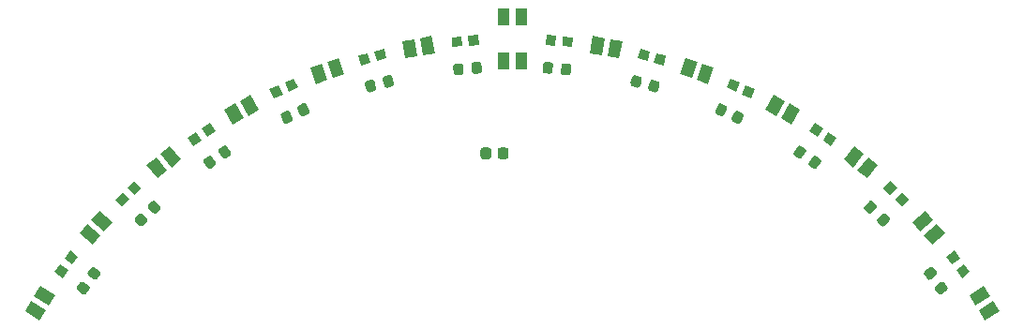
<source format=gbs>
G04 #@! TF.GenerationSoftware,KiCad,Pcbnew,(5.1.6)-1*
G04 #@! TF.CreationDate,2021-05-12T18:04:34+09:00*
G04 #@! TF.ProjectId,FollowingSensor1.0,466f6c6c-6f77-4696-9e67-53656e736f72,rev?*
G04 #@! TF.SameCoordinates,Original*
G04 #@! TF.FileFunction,Soldermask,Bot*
G04 #@! TF.FilePolarity,Negative*
%FSLAX46Y46*%
G04 Gerber Fmt 4.6, Leading zero omitted, Abs format (unit mm)*
G04 Created by KiCad (PCBNEW (5.1.6)-1) date 2021-05-12 18:04:34*
%MOMM*%
%LPD*%
G01*
G04 APERTURE LIST*
%ADD10C,0.100000*%
%ADD11R,1.100000X1.550000*%
G04 APERTURE END LIST*
G36*
G01*
X148675000Y-82275000D02*
X148675000Y-81725000D01*
G75*
G02*
X148925000Y-81475000I250000J0D01*
G01*
X149425000Y-81475000D01*
G75*
G02*
X149675000Y-81725000I0J-250000D01*
G01*
X149675000Y-82275000D01*
G75*
G02*
X149425000Y-82525000I-250000J0D01*
G01*
X148925000Y-82525000D01*
G75*
G02*
X148675000Y-82275000I0J250000D01*
G01*
G37*
G36*
G01*
X147125000Y-82275000D02*
X147125000Y-81725000D01*
G75*
G02*
X147375000Y-81475000I250000J0D01*
G01*
X147875000Y-81475000D01*
G75*
G02*
X148125000Y-81725000I0J-250000D01*
G01*
X148125000Y-82275000D01*
G75*
G02*
X147875000Y-82525000I-250000J0D01*
G01*
X147375000Y-82525000D01*
G75*
G02*
X147125000Y-82275000I0J250000D01*
G01*
G37*
D10*
G36*
X153015048Y-72196755D02*
G01*
X153091923Y-71300044D01*
X153988634Y-71376919D01*
X153911759Y-72273630D01*
X153015048Y-72196755D01*
G37*
G36*
X154509566Y-72324881D02*
G01*
X154586441Y-71428170D01*
X155483152Y-71505045D01*
X155406277Y-72401756D01*
X154509566Y-72324881D01*
G37*
G36*
G01*
X182983786Y-87905692D02*
X183399828Y-87473361D01*
G75*
G02*
X183717967Y-87467252I162124J-156015D01*
G01*
X184042215Y-87779283D01*
G75*
G02*
X184048324Y-88097422I-156015J-162124D01*
G01*
X183632282Y-88529753D01*
G75*
G02*
X183314143Y-88535862I-162124J156015D01*
G01*
X182989895Y-88223831D01*
G75*
G02*
X182983786Y-87905692I156015J162124D01*
G01*
G37*
G36*
G01*
X181794876Y-86761578D02*
X182210918Y-86329247D01*
G75*
G02*
X182529057Y-86323138I162124J-156015D01*
G01*
X182853305Y-86635169D01*
G75*
G02*
X182859414Y-86953308I-156015J-162124D01*
G01*
X182443372Y-87385639D01*
G75*
G02*
X182125233Y-87391748I-162124J156015D01*
G01*
X181800985Y-87079717D01*
G75*
G02*
X181794876Y-86761578I156015J162124D01*
G01*
G37*
G36*
G01*
X130861838Y-78522291D02*
X130613975Y-77975880D01*
G75*
G02*
X130725931Y-77678028I204904J92948D01*
G01*
X131135738Y-77492131D01*
G75*
G02*
X131433590Y-77604087I92948J-204904D01*
G01*
X131681453Y-78150498D01*
G75*
G02*
X131569497Y-78448350I-204904J-92948D01*
G01*
X131159690Y-78634247D01*
G75*
G02*
X130861838Y-78522291I-92948J204904D01*
G01*
G37*
G36*
G01*
X129359210Y-79203913D02*
X129111347Y-78657502D01*
G75*
G02*
X129223303Y-78359650I204904J92948D01*
G01*
X129633110Y-78173753D01*
G75*
G02*
X129930962Y-78285709I92948J-204904D01*
G01*
X130178825Y-78832120D01*
G75*
G02*
X130066869Y-79129972I-204904J-92948D01*
G01*
X129657062Y-79315869D01*
G75*
G02*
X129359210Y-79203913I-92948J204904D01*
G01*
G37*
G36*
G01*
X169821922Y-78831739D02*
X170068831Y-78284896D01*
G75*
G02*
X170366488Y-78172421I205066J-92591D01*
G01*
X170776619Y-78357603D01*
G75*
G02*
X170889094Y-78655260I-92591J-205066D01*
G01*
X170642185Y-79202102D01*
G75*
G02*
X170344528Y-79314577I-205066J92591D01*
G01*
X169934397Y-79129395D01*
G75*
G02*
X169821922Y-78831738I92591J205066D01*
G01*
G37*
G36*
G01*
X168318106Y-78152741D02*
X168565015Y-77605898D01*
G75*
G02*
X168862672Y-77493423I205066J-92591D01*
G01*
X169272803Y-77678605D01*
G75*
G02*
X169385278Y-77976262I-92591J-205066D01*
G01*
X169138369Y-78523104D01*
G75*
G02*
X168840712Y-78635579I-205066J92591D01*
G01*
X168430581Y-78450397D01*
G75*
G02*
X168318106Y-78152740I92591J205066D01*
G01*
G37*
G36*
G01*
X117556628Y-87385639D02*
X117140586Y-86953308D01*
G75*
G02*
X117146695Y-86635169I162124J156015D01*
G01*
X117470943Y-86323138D01*
G75*
G02*
X117789082Y-86329247I156015J-162124D01*
G01*
X118205124Y-86761578D01*
G75*
G02*
X118199015Y-87079717I-162124J-156015D01*
G01*
X117874767Y-87391748D01*
G75*
G02*
X117556628Y-87385639I-156015J162124D01*
G01*
G37*
G36*
G01*
X116367718Y-88529753D02*
X115951676Y-88097422D01*
G75*
G02*
X115957785Y-87779283I162124J156015D01*
G01*
X116282033Y-87467252D01*
G75*
G02*
X116600172Y-87473361I156015J-162124D01*
G01*
X117016214Y-87905692D01*
G75*
G02*
X117010105Y-88223831I-162124J-156015D01*
G01*
X116685857Y-88535862D01*
G75*
G02*
X116367718Y-88529753I-156015J162124D01*
G01*
G37*
G36*
X183477708Y-85119466D02*
G01*
X184101770Y-84470970D01*
X184750266Y-85095032D01*
X184126204Y-85743528D01*
X183477708Y-85119466D01*
G37*
G36*
X184558534Y-86159568D02*
G01*
X185182596Y-85511072D01*
X185831092Y-86135134D01*
X185207030Y-86783630D01*
X184558534Y-86159568D01*
G37*
G36*
X128457676Y-77032333D02*
G01*
X128085882Y-76212717D01*
X128905498Y-75840923D01*
X129277292Y-76660539D01*
X128457676Y-77032333D01*
G37*
G36*
X129823702Y-76412677D02*
G01*
X129451908Y-75593061D01*
X130271524Y-75221267D01*
X130643318Y-76040883D01*
X129823702Y-76412677D01*
G37*
G36*
X169356535Y-76043114D02*
G01*
X169726898Y-75222851D01*
X170547161Y-75593214D01*
X170176798Y-76413477D01*
X169356535Y-76043114D01*
G37*
G36*
X170723639Y-76660386D02*
G01*
X171094002Y-75840123D01*
X171914265Y-76210486D01*
X171543902Y-77030749D01*
X170723639Y-76660386D01*
G37*
G36*
X114792970Y-86783630D02*
G01*
X114168908Y-86135134D01*
X114817404Y-85511072D01*
X115441466Y-86159568D01*
X114792970Y-86783630D01*
G37*
G36*
X115873796Y-85743528D02*
G01*
X115249734Y-85095032D01*
X115898230Y-84470970D01*
X116522292Y-85119466D01*
X115873796Y-85743528D01*
G37*
G36*
X187173551Y-89401288D02*
G01*
X188339794Y-88380319D01*
X189064353Y-89207976D01*
X187898110Y-90228945D01*
X187173551Y-89401288D01*
G37*
G36*
X186119647Y-88197424D02*
G01*
X187285890Y-87176455D01*
X188010449Y-88004112D01*
X186844206Y-89025081D01*
X186119647Y-88197424D01*
G37*
G36*
X109392500Y-93249511D02*
G01*
X108668095Y-92715434D01*
X109202172Y-91991029D01*
X109926577Y-92525106D01*
X109392500Y-93249511D01*
G37*
G36*
X110282628Y-92042171D02*
G01*
X109558223Y-91508094D01*
X110092300Y-90783689D01*
X110816705Y-91317766D01*
X110282628Y-92042171D01*
G37*
G36*
X136327580Y-74027952D02*
G01*
X136100718Y-73157014D01*
X136971656Y-72930152D01*
X137198518Y-73801090D01*
X136327580Y-74027952D01*
G37*
G36*
X137779144Y-73649848D02*
G01*
X137552282Y-72778910D01*
X138423220Y-72552048D01*
X138650082Y-73422986D01*
X137779144Y-73649848D01*
G37*
G36*
X121208615Y-81324594D02*
G01*
X120704040Y-80579339D01*
X121449295Y-80074764D01*
X121953870Y-80820019D01*
X121208615Y-81324594D01*
G37*
G36*
X122450705Y-80483636D02*
G01*
X121946130Y-79738381D01*
X122691385Y-79233806D01*
X123195960Y-79979061D01*
X122450705Y-80483636D01*
G37*
G36*
X144593723Y-72401756D02*
G01*
X144516848Y-71505045D01*
X145413559Y-71428170D01*
X145490434Y-72324881D01*
X144593723Y-72401756D01*
G37*
G36*
X146088241Y-72273630D02*
G01*
X146011366Y-71376919D01*
X146908077Y-71300044D01*
X146984952Y-72196755D01*
X146088241Y-72273630D01*
G37*
G36*
X176804040Y-79979061D02*
G01*
X177308615Y-79233806D01*
X178053870Y-79738381D01*
X177549295Y-80483636D01*
X176804040Y-79979061D01*
G37*
G36*
X178046130Y-80820019D02*
G01*
X178550705Y-80074764D01*
X179295960Y-80579339D01*
X178791385Y-81324594D01*
X178046130Y-80820019D01*
G37*
G36*
X161349918Y-73422986D02*
G01*
X161576780Y-72552048D01*
X162447718Y-72778910D01*
X162220856Y-73649848D01*
X161349918Y-73422986D01*
G37*
G36*
X162801482Y-73801090D02*
G01*
X163028344Y-72930152D01*
X163899282Y-73157014D01*
X163672420Y-74027952D01*
X162801482Y-73801090D01*
G37*
G36*
X189183295Y-91317766D02*
G01*
X189907700Y-90783689D01*
X190441777Y-91508094D01*
X189717372Y-92042171D01*
X189183295Y-91317766D01*
G37*
G36*
X190073423Y-92525106D02*
G01*
X190797828Y-91991029D01*
X191331905Y-92715434D01*
X190607500Y-93249511D01*
X190073423Y-92525106D01*
G37*
G36*
X126166188Y-78598708D02*
G01*
X125407646Y-77247001D01*
X126366922Y-76708680D01*
X127125464Y-78060387D01*
X126166188Y-78598708D01*
G37*
G36*
X124770878Y-79381720D02*
G01*
X124012336Y-78030013D01*
X124971612Y-77491692D01*
X125730154Y-78843399D01*
X124770878Y-79381720D01*
G37*
G36*
X108159421Y-95736876D02*
G01*
X106837829Y-94927004D01*
X107412577Y-93989100D01*
X108734169Y-94798972D01*
X108159421Y-95736876D01*
G37*
G36*
X107323423Y-97101100D02*
G01*
X106001831Y-96291228D01*
X106576579Y-95353324D01*
X107898171Y-96163196D01*
X107323423Y-97101100D01*
G37*
G36*
X133804060Y-75184996D02*
G01*
X133286660Y-73723902D01*
X134323566Y-73356714D01*
X134840966Y-74817808D01*
X133804060Y-75184996D01*
G37*
G36*
X132295834Y-75719086D02*
G01*
X131778434Y-74257992D01*
X132815340Y-73890804D01*
X133332740Y-75351898D01*
X132295834Y-75719086D01*
G37*
G36*
X113155794Y-89025081D02*
G01*
X111989551Y-88004112D01*
X112714110Y-87176455D01*
X113880353Y-88197424D01*
X113155794Y-89025081D01*
G37*
G36*
X112101890Y-90228945D02*
G01*
X110935647Y-89207976D01*
X111660206Y-88380319D01*
X112826449Y-89401288D01*
X112101890Y-90228945D01*
G37*
G36*
X141910764Y-73113338D02*
G01*
X141646939Y-71585956D01*
X142730888Y-71398726D01*
X142994713Y-72926108D01*
X141910764Y-73113338D01*
G37*
G36*
X140334112Y-73385674D02*
G01*
X140070287Y-71858292D01*
X141154236Y-71671062D01*
X141418061Y-73198444D01*
X140334112Y-73385674D01*
G37*
G36*
X119216010Y-83257658D02*
G01*
X118240563Y-82053082D01*
X119095424Y-81360830D01*
X120070871Y-82565406D01*
X119216010Y-83257658D01*
G37*
G36*
X117972576Y-84264570D02*
G01*
X116997129Y-83059994D01*
X117851990Y-82367742D01*
X118827437Y-83572318D01*
X117972576Y-84264570D01*
G37*
D11*
X149200000Y-69640000D03*
X150800000Y-69640000D03*
X150800000Y-73670000D03*
X149200000Y-73670000D03*
D10*
G36*
X181172563Y-83572318D02*
G01*
X182148010Y-82367742D01*
X183002871Y-83059994D01*
X182027424Y-84264570D01*
X181172563Y-83572318D01*
G37*
G36*
X179929129Y-82565406D02*
G01*
X180904576Y-81360830D01*
X181759437Y-82053082D01*
X180783990Y-83257658D01*
X179929129Y-82565406D01*
G37*
G36*
X158581939Y-73198444D02*
G01*
X158845764Y-71671062D01*
X159929713Y-71858292D01*
X159665888Y-73385674D01*
X158581939Y-73198444D01*
G37*
G36*
X157005287Y-72926108D02*
G01*
X157269112Y-71398726D01*
X158353061Y-71585956D01*
X158089236Y-73113338D01*
X157005287Y-72926108D01*
G37*
G36*
X166667260Y-75351898D02*
G01*
X167184660Y-73890804D01*
X168221566Y-74257992D01*
X167704166Y-75719086D01*
X166667260Y-75351898D01*
G37*
G36*
X165159034Y-74817808D02*
G01*
X165676434Y-73356714D01*
X166713340Y-73723902D01*
X166195940Y-75184996D01*
X165159034Y-74817808D01*
G37*
G36*
X192101829Y-96163196D02*
G01*
X193423421Y-95353324D01*
X193998169Y-96291228D01*
X192676577Y-97101100D01*
X192101829Y-96163196D01*
G37*
G36*
X191265831Y-94798972D02*
G01*
X192587423Y-93989100D01*
X193162171Y-94927004D01*
X191840579Y-95736876D01*
X191265831Y-94798972D01*
G37*
G36*
X174269846Y-78843399D02*
G01*
X175028388Y-77491692D01*
X175987664Y-78030013D01*
X175229122Y-79381720D01*
X174269846Y-78843399D01*
G37*
G36*
X172874536Y-78060387D02*
G01*
X173633078Y-76708680D01*
X174592354Y-77247001D01*
X173833812Y-78598708D01*
X172874536Y-78060387D01*
G37*
G36*
G01*
X112219201Y-93375491D02*
X111736265Y-93019439D01*
G75*
G02*
X111688683Y-92704819I133519J181101D01*
G01*
X111955721Y-92342617D01*
G75*
G02*
X112270341Y-92295035I181101J-133519D01*
G01*
X112753277Y-92651087D01*
G75*
G02*
X112800859Y-92965707I-133519J-181101D01*
G01*
X112533821Y-93327909D01*
G75*
G02*
X112219201Y-93375491I-181101J133519D01*
G01*
G37*
G36*
G01*
X111240059Y-94703565D02*
X110757123Y-94347513D01*
G75*
G02*
X110709541Y-94032893I133519J181101D01*
G01*
X110976579Y-93670691D01*
G75*
G02*
X111291199Y-93623109I181101J-133519D01*
G01*
X111774135Y-93979161D01*
G75*
G02*
X111821717Y-94293781I-133519J-181101D01*
G01*
X111554679Y-94655983D01*
G75*
G02*
X111240059Y-94703565I-181101J133519D01*
G01*
G37*
G36*
G01*
X138445212Y-75904787D02*
X138293970Y-75324162D01*
G75*
G02*
X138454989Y-75049711I217735J56716D01*
G01*
X138890458Y-74936280D01*
G75*
G02*
X139164909Y-75097299I56716J-217735D01*
G01*
X139316150Y-75677924D01*
G75*
G02*
X139155131Y-75952375I-217735J-56716D01*
G01*
X138719662Y-76065806D01*
G75*
G02*
X138445211Y-75904787I-56716J217735D01*
G01*
G37*
G36*
G01*
X136848492Y-76320701D02*
X136697250Y-75740076D01*
G75*
G02*
X136858269Y-75465625I217735J56716D01*
G01*
X137293738Y-75352194D01*
G75*
G02*
X137568189Y-75513213I56716J-217735D01*
G01*
X137719430Y-76093838D01*
G75*
G02*
X137558411Y-76368289I-217735J-56716D01*
G01*
X137122942Y-76481720D01*
G75*
G02*
X136848491Y-76320701I-56716J217735D01*
G01*
G37*
G36*
G01*
X123831215Y-82386979D02*
X123494831Y-81890143D01*
G75*
G02*
X123555001Y-81577685I186314J126144D01*
G01*
X123927628Y-81325397D01*
G75*
G02*
X124240086Y-81385567I126144J-186314D01*
G01*
X124576469Y-81882403D01*
G75*
G02*
X124516299Y-82194861I-186314J-126144D01*
G01*
X124143672Y-82447149D01*
G75*
G02*
X123831214Y-82386979I-126144J186314D01*
G01*
G37*
G36*
G01*
X122464915Y-83312033D02*
X122128531Y-82815197D01*
G75*
G02*
X122188701Y-82502739I186314J126144D01*
G01*
X122561328Y-82250451D01*
G75*
G02*
X122873786Y-82310621I126144J-186314D01*
G01*
X123210169Y-82807457D01*
G75*
G02*
X123149999Y-83119915I-186314J-126144D01*
G01*
X122777372Y-83372203D01*
G75*
G02*
X122464914Y-83312033I-126144J186314D01*
G01*
G37*
G36*
G01*
X146362555Y-74608672D02*
X146311304Y-74010865D01*
G75*
G02*
X146516263Y-73767468I224178J19219D01*
G01*
X146964619Y-73729031D01*
G75*
G02*
X147208016Y-73933990I19219J-224178D01*
G01*
X147259266Y-74531797D01*
G75*
G02*
X147054307Y-74775194I-224178J-19219D01*
G01*
X146605951Y-74813631D01*
G75*
G02*
X146362554Y-74608672I-19219J224178D01*
G01*
G37*
G36*
G01*
X144718585Y-74749610D02*
X144667334Y-74151803D01*
G75*
G02*
X144872293Y-73908406I224178J19219D01*
G01*
X145320649Y-73869969D01*
G75*
G02*
X145564046Y-74074928I19219J-224178D01*
G01*
X145615296Y-74672735D01*
G75*
G02*
X145410337Y-74916132I-224178J-19219D01*
G01*
X144961981Y-74954569D01*
G75*
G02*
X144718584Y-74749610I-19219J224178D01*
G01*
G37*
G36*
G01*
X176789831Y-82807458D02*
X177126214Y-82310621D01*
G75*
G02*
X177438672Y-82250451I186314J-126144D01*
G01*
X177811299Y-82502739D01*
G75*
G02*
X177871469Y-82815197I-126144J-186314D01*
G01*
X177535086Y-83312033D01*
G75*
G02*
X177222628Y-83372203I-186314J126144D01*
G01*
X176850001Y-83119915D01*
G75*
G02*
X176789831Y-82807457I126144J186314D01*
G01*
G37*
G36*
G01*
X175423531Y-81882404D02*
X175759914Y-81385567D01*
G75*
G02*
X176072372Y-81325397I186314J-126144D01*
G01*
X176444999Y-81577685D01*
G75*
G02*
X176505169Y-81890143I-126144J-186314D01*
G01*
X176168786Y-82386979D01*
G75*
G02*
X175856328Y-82447149I-186314J126144D01*
G01*
X175483701Y-82194861D01*
G75*
G02*
X175423531Y-81882403I126144J186314D01*
G01*
G37*
G36*
G01*
X154384705Y-74672735D02*
X154435954Y-74074928D01*
G75*
G02*
X154679351Y-73869969I224178J-19219D01*
G01*
X155127707Y-73908406D01*
G75*
G02*
X155332666Y-74151803I-19219J-224178D01*
G01*
X155281416Y-74749610D01*
G75*
G02*
X155038019Y-74954569I-224178J19219D01*
G01*
X154589663Y-74916132D01*
G75*
G02*
X154384704Y-74672735I19219J224178D01*
G01*
G37*
G36*
G01*
X152740735Y-74531797D02*
X152791984Y-73933990D01*
G75*
G02*
X153035381Y-73729031I224178J-19219D01*
G01*
X153483737Y-73767468D01*
G75*
G02*
X153688696Y-74010865I-19219J-224178D01*
G01*
X153637446Y-74608672D01*
G75*
G02*
X153394049Y-74813631I-224178J19219D01*
G01*
X152945693Y-74775194D01*
G75*
G02*
X152740734Y-74531797I19219J224178D01*
G01*
G37*
G36*
G01*
X162280570Y-76093839D02*
X162431811Y-75513213D01*
G75*
G02*
X162706262Y-75352194I217735J-56716D01*
G01*
X163141731Y-75465625D01*
G75*
G02*
X163302750Y-75740076I-56716J-217735D01*
G01*
X163151509Y-76320701D01*
G75*
G02*
X162877058Y-76481720I-217735J56716D01*
G01*
X162441589Y-76368289D01*
G75*
G02*
X162280570Y-76093838I56716J217735D01*
G01*
G37*
G36*
G01*
X160683850Y-75677925D02*
X160835091Y-75097299D01*
G75*
G02*
X161109542Y-74936280I217735J-56716D01*
G01*
X161545011Y-75049711D01*
G75*
G02*
X161706030Y-75324162I-56716J-217735D01*
G01*
X161554789Y-75904787D01*
G75*
G02*
X161280338Y-76065806I-217735J56716D01*
G01*
X160844869Y-75952375D01*
G75*
G02*
X160683850Y-75677924I56716J217735D01*
G01*
G37*
G36*
G01*
X188225864Y-93979160D02*
X188708801Y-93623109D01*
G75*
G02*
X189023421Y-93670691I133519J-181101D01*
G01*
X189290459Y-94032893D01*
G75*
G02*
X189242877Y-94347513I-181101J-133519D01*
G01*
X188759941Y-94703565D01*
G75*
G02*
X188445321Y-94655983I-133519J181101D01*
G01*
X188178283Y-94293781D01*
G75*
G02*
X188225865Y-93979161I181101J133519D01*
G01*
G37*
G36*
G01*
X187246722Y-92651086D02*
X187729659Y-92295035D01*
G75*
G02*
X188044279Y-92342617I133519J-181101D01*
G01*
X188311317Y-92704819D01*
G75*
G02*
X188263735Y-93019439I-181101J-133519D01*
G01*
X187780799Y-93375491D01*
G75*
G02*
X187466179Y-93327909I-133519J181101D01*
G01*
X187199141Y-92965707D01*
G75*
G02*
X187246723Y-92651087I181101J133519D01*
G01*
G37*
M02*

</source>
